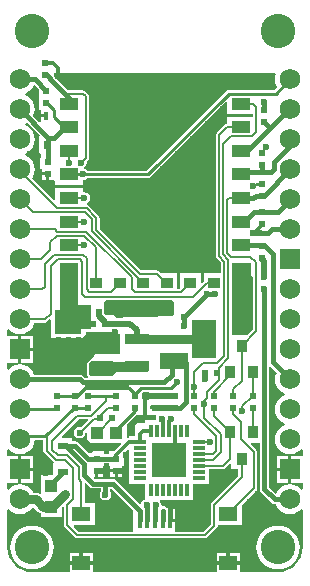
<source format=gtl>
G04 Layer_Physical_Order=1*
G04 Layer_Color=255*
%FSAX25Y25*%
%MOIN*%
G70*
G01*
G75*
%ADD10R,0.02000X0.02000*%
%ADD11R,0.01181X0.03937*%
%ADD12R,0.03937X0.01181*%
%ADD13R,0.03937X0.01181*%
%ADD14R,0.01181X0.03937*%
%ADD15R,0.11500X0.11500*%
%ADD16R,0.02000X0.02000*%
%ADD17R,0.03740X0.03937*%
%ADD18R,0.01500X0.05400*%
%ADD19R,0.06299X0.03937*%
%ADD20R,0.03937X0.03543*%
%ADD21R,0.05906X0.04500*%
%ADD22R,0.03937X0.03937*%
%ADD23R,0.08661X0.07874*%
%ADD24R,0.05000X0.05000*%
%ADD25R,0.03268X0.02480*%
%ADD26R,0.01772X0.02756*%
%ADD27R,0.08268X0.03543*%
%ADD28R,0.08268X0.12598*%
%ADD29C,0.01000*%
%ADD30C,0.00700*%
%ADD31C,0.01500*%
%ADD32C,0.02000*%
%ADD33C,0.03000*%
%ADD34C,0.01181*%
%ADD35C,0.00600*%
%ADD36R,0.14700X0.02400*%
%ADD37R,0.09600X0.05800*%
%ADD38R,0.04800X0.07900*%
%ADD39R,0.28600X0.11200*%
%ADD40R,0.04300X0.04100*%
%ADD41R,0.06300X0.21200*%
%ADD42R,0.17100X0.03400*%
%ADD43C,0.11500*%
%ADD44C,0.04724*%
%ADD45O,0.05906X0.07480*%
%ADD46C,0.06900*%
%ADD47R,0.06900X0.06900*%
%ADD48C,0.02362*%
G36*
X0269296Y0369042D02*
Y0366133D01*
Y0362133D01*
X0269910D01*
Y0360754D01*
X0271796D01*
Y0359754D01*
X0269910D01*
Y0358216D01*
X0269410Y0358009D01*
X0267397Y0360022D01*
X0267819Y0361040D01*
X0267989Y0362333D01*
X0267819Y0363625D01*
X0267320Y0364829D01*
X0266526Y0365863D01*
X0265492Y0366656D01*
X0264513Y0367062D01*
Y0367603D01*
X0265492Y0368009D01*
X0266526Y0368802D01*
X0267320Y0369836D01*
X0267494Y0370256D01*
X0267984Y0370354D01*
X0269296Y0369042D01*
D02*
G37*
G36*
X0348141Y0374633D02*
X0348419Y0374217D01*
X0348173Y0373625D01*
X0348003Y0372333D01*
X0348173Y0371041D01*
X0348672Y0369836D01*
X0348714Y0369781D01*
X0347789Y0368856D01*
X0332596D01*
X0332128Y0368763D01*
X0331731Y0368498D01*
X0305110Y0341877D01*
X0285441D01*
X0285352Y0342009D01*
X0284730Y0342425D01*
X0284478Y0342475D01*
X0284372Y0343006D01*
X0284702Y0343227D01*
X0285118Y0343849D01*
X0285264Y0344583D01*
X0285197Y0344920D01*
X0285653Y0345376D01*
X0285885Y0345723D01*
X0285967Y0346133D01*
Y0366733D01*
X0285885Y0367142D01*
X0285653Y0367490D01*
X0284753Y0368390D01*
X0284406Y0368622D01*
X0283996Y0368703D01*
X0278895D01*
X0274446Y0373152D01*
X0274431Y0373230D01*
X0274396Y0373282D01*
Y0374633D01*
X0274896Y0374633D01*
X0348141Y0374633D01*
D02*
G37*
G36*
X0332087Y0364740D02*
Y0360807D01*
X0340725D01*
Y0359870D01*
X0332087D01*
Y0357879D01*
X0331865Y0357472D01*
X0331455Y0357390D01*
X0331107Y0357158D01*
X0328539Y0354590D01*
X0328307Y0354242D01*
X0328225Y0353833D01*
Y0313433D01*
X0328307Y0313023D01*
X0328539Y0312676D01*
X0330026Y0311189D01*
Y0307704D01*
X0324213D01*
Y0304863D01*
X0323738Y0304388D01*
X0323276Y0304579D01*
Y0307704D01*
X0316339D01*
Y0302478D01*
X0316264Y0302403D01*
X0315402D01*
Y0307704D01*
X0310175D01*
X0309490Y0308390D01*
X0309143Y0308622D01*
X0308733Y0308703D01*
X0303439D01*
X0289567Y0322576D01*
Y0326133D01*
X0289485Y0326542D01*
X0289253Y0326890D01*
X0289253Y0326890D01*
X0285953Y0330190D01*
X0285606Y0330422D01*
X0285196Y0330503D01*
X0285201Y0331001D01*
X0285230Y0331007D01*
X0285852Y0331423D01*
X0286268Y0332045D01*
X0286414Y0332779D01*
X0286268Y0333513D01*
X0285852Y0334135D01*
X0285230Y0334551D01*
X0284496Y0334697D01*
X0284292Y0334657D01*
X0283906Y0334974D01*
Y0336248D01*
X0274606D01*
Y0332290D01*
X0274144Y0332098D01*
X0266923Y0339319D01*
X0267320Y0339836D01*
X0267819Y0341040D01*
X0267989Y0342333D01*
X0267819Y0343625D01*
X0267320Y0344829D01*
X0266526Y0345863D01*
X0265492Y0346656D01*
X0264513Y0347062D01*
Y0347603D01*
X0265492Y0348009D01*
X0266526Y0348802D01*
X0267320Y0349836D01*
X0267819Y0351041D01*
X0267989Y0352333D01*
X0267819Y0353625D01*
X0267320Y0354829D01*
X0266526Y0355863D01*
X0265492Y0356657D01*
X0264513Y0357062D01*
Y0357603D01*
X0265306Y0357932D01*
X0269568Y0353670D01*
X0269410Y0353289D01*
X0269410D01*
Y0347533D01*
X0269796Y0347433D01*
Y0342433D01*
X0270296D01*
Y0341433D01*
X0272296D01*
Y0340933D01*
X0272796D01*
Y0338933D01*
X0274296D01*
X0274606Y0338561D01*
Y0337185D01*
X0283906D01*
Y0338661D01*
X0283996Y0338735D01*
X0284730Y0338881D01*
X0285352Y0339297D01*
X0285441Y0339430D01*
X0305616D01*
X0306085Y0339523D01*
X0306482Y0339788D01*
X0331625Y0364931D01*
X0332087Y0364740D01*
D02*
G37*
G36*
X0314396Y0298133D02*
Y0293833D01*
X0307096Y0293033D01*
X0297796D01*
X0296796Y0292733D01*
X0295296D01*
X0294251Y0293833D01*
X0291696Y0293833D01*
X0290996Y0294533D01*
X0290996Y0298119D01*
X0291710Y0298833D01*
X0313696D01*
X0314396Y0298133D01*
D02*
G37*
G36*
X0273265Y0292135D02*
Y0286201D01*
X0283709D01*
X0284927Y0287419D01*
Y0288239D01*
X0293772D01*
Y0289199D01*
X0295369D01*
X0295721Y0288845D01*
X0295712Y0287419D01*
X0296242D01*
Y0280787D01*
X0296296Y0280733D01*
X0288196Y0280733D01*
X0287796Y0280333D01*
Y0280265D01*
X0287383Y0279852D01*
X0287315D01*
X0287296Y0279833D01*
Y0279765D01*
X0286523Y0278992D01*
X0286319Y0278856D01*
X0285573Y0278109D01*
X0285437Y0277906D01*
X0285382Y0277633D01*
Y0277188D01*
X0285359Y0277072D01*
X0285382Y0276956D01*
Y0274630D01*
X0285359Y0274514D01*
X0285382Y0274397D01*
Y0274033D01*
X0285437Y0273760D01*
X0285591Y0273528D01*
X0285708Y0273411D01*
X0285549Y0272978D01*
X0285484Y0272911D01*
X0284508D01*
X0284041Y0273378D01*
X0283562Y0273698D01*
X0282996Y0273811D01*
X0267741D01*
X0267320Y0274829D01*
X0266526Y0275863D01*
X0265492Y0276657D01*
X0264288Y0277155D01*
X0262996Y0277325D01*
X0261704Y0277155D01*
X0260500Y0276657D01*
X0259466Y0275863D01*
X0259285Y0275628D01*
X0258812Y0275789D01*
Y0277883D01*
X0262496D01*
Y0282333D01*
Y0286783D01*
X0258812D01*
Y0288877D01*
X0259285Y0289037D01*
X0259466Y0288802D01*
X0260500Y0288009D01*
X0261704Y0287510D01*
X0262996Y0287340D01*
X0264288Y0287510D01*
X0265492Y0288009D01*
X0266526Y0288802D01*
X0267320Y0289836D01*
X0267819Y0291040D01*
X0267848Y0291262D01*
X0271296D01*
X0271706Y0291344D01*
X0272053Y0291576D01*
X0272803Y0292326D01*
X0273265Y0292135D01*
D02*
G37*
G36*
X0339896Y0307333D02*
X0339796Y0307233D01*
X0340526Y0306503D01*
Y0306189D01*
D01*
Y0288770D01*
X0338804Y0287048D01*
X0333567D01*
Y0301333D01*
Y0311133D01*
X0339896D01*
Y0307333D01*
D02*
G37*
G36*
X0294072Y0278333D02*
X0295573Y0275109D01*
X0293796Y0273333D01*
X0286796Y0273333D01*
X0286096Y0274033D01*
Y0277633D01*
X0286796Y0278333D01*
X0294072Y0278333D01*
D02*
G37*
G36*
X0309196Y0262333D02*
X0306196D01*
Y0263333D01*
X0306796Y0263933D01*
X0309196D01*
Y0262333D01*
D02*
G37*
G36*
X0285729Y0258700D02*
X0283466Y0256437D01*
X0282896Y0256551D01*
X0282162Y0256405D01*
X0281540Y0255989D01*
X0281124Y0255367D01*
X0280978Y0254633D01*
X0281124Y0253899D01*
X0281540Y0253276D01*
X0282162Y0252861D01*
X0282896Y0252715D01*
X0283630Y0252861D01*
X0284252Y0253276D01*
X0284668Y0253899D01*
X0284778Y0254451D01*
X0285278Y0254402D01*
Y0252333D01*
X0286447Y0251164D01*
X0296513D01*
X0296705Y0250702D01*
X0294435Y0248433D01*
X0292576D01*
Y0247411D01*
X0291116D01*
Y0248433D01*
X0287496D01*
X0286996Y0247933D01*
X0285887D01*
X0285654Y0248165D01*
D01*
X0282552Y0251268D01*
X0282072Y0251588D01*
X0281506Y0251701D01*
X0280430D01*
Y0252963D01*
X0277073D01*
X0276882Y0253425D01*
X0282619Y0259162D01*
X0285538D01*
X0285729Y0258700D01*
D02*
G37*
G36*
X0305996Y0267395D02*
X0307996D01*
Y0266395D01*
X0305996D01*
Y0265395D01*
X0305496D01*
Y0263402D01*
X0305482Y0263333D01*
Y0262333D01*
X0305496Y0262264D01*
Y0260395D01*
X0308247D01*
X0308482Y0259954D01*
X0308424Y0259867D01*
X0308278Y0259133D01*
X0308279Y0259129D01*
X0307962Y0258743D01*
X0304700D01*
Y0257733D01*
X0301996D01*
X0301296Y0257033D01*
Y0253428D01*
X0299385D01*
Y0252896D01*
X0298903Y0252718D01*
X0298514Y0252998D01*
Y0257051D01*
X0301820Y0260357D01*
X0303977D01*
Y0264357D01*
Y0268109D01*
X0305996D01*
Y0267395D01*
D02*
G37*
G36*
X0270826Y0248533D02*
X0270907Y0248123D01*
X0271139Y0247776D01*
X0274232Y0244683D01*
X0274162Y0244183D01*
X0274162D01*
Y0240400D01*
X0274107Y0240345D01*
X0270028D01*
Y0234349D01*
X0269528Y0234082D01*
X0269044Y0234405D01*
X0268186Y0234576D01*
X0267425D01*
X0267320Y0234829D01*
X0266526Y0235863D01*
X0265492Y0236656D01*
X0264288Y0237155D01*
X0262996Y0237325D01*
X0261704Y0237155D01*
X0260500Y0236656D01*
X0259466Y0235863D01*
X0259285Y0235628D01*
X0258812Y0235789D01*
Y0237883D01*
X0262496D01*
Y0242333D01*
Y0246783D01*
X0258812D01*
Y0248877D01*
X0259285Y0249038D01*
X0259466Y0248802D01*
X0260500Y0248009D01*
X0261704Y0247510D01*
X0262996Y0247340D01*
X0264288Y0247510D01*
X0265492Y0248009D01*
X0266526Y0248802D01*
X0267320Y0249836D01*
X0267819Y0251041D01*
X0267972Y0252209D01*
X0270826D01*
Y0248533D01*
D02*
G37*
G36*
X0299385Y0248954D02*
Y0245310D01*
Y0241373D01*
Y0237436D01*
X0304700D01*
Y0232152D01*
X0304462Y0232105D01*
X0303840Y0231689D01*
X0303424Y0231067D01*
X0303383Y0230860D01*
X0302905Y0230715D01*
X0294941Y0238678D01*
X0294462Y0238999D01*
X0293896Y0239111D01*
X0288008D01*
X0287649Y0239471D01*
X0287840Y0239933D01*
X0288116D01*
Y0241933D01*
X0288616D01*
Y0242433D01*
X0290616D01*
Y0243433D01*
X0291116D01*
Y0244454D01*
X0292576D01*
Y0243433D01*
X0293076D01*
Y0242433D01*
X0295076D01*
X0297076D01*
Y0243433D01*
X0297576D01*
Y0247852D01*
X0298885Y0249161D01*
X0299385Y0248954D01*
D02*
G37*
G36*
X0348595Y0274643D02*
X0348173Y0273625D01*
X0348003Y0272333D01*
X0348173Y0271041D01*
X0348672Y0269836D01*
X0349466Y0268802D01*
X0350500Y0268009D01*
X0351479Y0267603D01*
Y0267062D01*
X0350500Y0266656D01*
X0349466Y0265863D01*
X0348672Y0264829D01*
X0348173Y0263625D01*
X0348003Y0262333D01*
X0348173Y0261040D01*
X0348672Y0259836D01*
X0349466Y0258802D01*
X0350500Y0258009D01*
X0351479Y0257603D01*
Y0257062D01*
X0350500Y0256657D01*
X0349466Y0255863D01*
X0348672Y0254829D01*
X0348173Y0253625D01*
X0348003Y0252333D01*
X0348173Y0251041D01*
X0348672Y0249836D01*
X0349466Y0248802D01*
X0350500Y0248009D01*
X0351704Y0247510D01*
X0352996Y0247340D01*
X0354288Y0247510D01*
X0355492Y0248009D01*
X0356526Y0248802D01*
X0356707Y0249038D01*
X0357180Y0248877D01*
Y0246783D01*
X0353496D01*
Y0242333D01*
Y0237883D01*
X0357180D01*
Y0235789D01*
X0356707Y0235628D01*
X0356526Y0235863D01*
X0355492Y0236656D01*
X0354288Y0237155D01*
X0352996Y0237325D01*
X0351704Y0237155D01*
X0350500Y0236656D01*
X0349466Y0235863D01*
X0348672Y0234829D01*
X0348498Y0234409D01*
X0348008Y0234312D01*
X0345974Y0236345D01*
Y0276556D01*
X0346475Y0276764D01*
X0348595Y0274643D01*
D02*
G37*
G36*
X0333479Y0244048D02*
Y0242348D01*
X0335779D01*
Y0240129D01*
X0327039Y0231390D01*
X0326807Y0231042D01*
X0326726Y0230633D01*
Y0224076D01*
X0324253Y0221603D01*
X0315334D01*
X0314846Y0221633D01*
Y0224833D01*
X0313096D01*
Y0225833D01*
X0314846D01*
Y0229033D01*
X0312796D01*
Y0229533D01*
X0311689D01*
X0311591Y0229678D01*
X0311112Y0229998D01*
X0310546Y0230111D01*
X0310541Y0230110D01*
X0310075Y0230527D01*
X0309968Y0231067D01*
X0309598Y0231621D01*
X0309675Y0231898D01*
X0309806Y0232121D01*
X0318724D01*
Y0232122D01*
X0320691D01*
Y0237438D01*
X0326006D01*
Y0239405D01*
X0326007D01*
Y0242393D01*
X0330727D01*
X0331136Y0242474D01*
X0331484Y0242706D01*
X0333017Y0244240D01*
X0333479Y0244048D01*
D02*
G37*
G36*
X0286351Y0236587D02*
X0286830Y0236267D01*
X0287396Y0236154D01*
X0290018D01*
Y0235106D01*
X0289724Y0234667D01*
X0289578Y0233933D01*
X0289724Y0233199D01*
X0290140Y0232576D01*
X0290762Y0232161D01*
X0291496Y0232015D01*
X0292230Y0232161D01*
X0292852Y0232576D01*
X0293268Y0233199D01*
X0293414Y0233933D01*
X0293268Y0234667D01*
X0292974Y0235106D01*
Y0235756D01*
X0293475Y0235964D01*
X0300646Y0228792D01*
Y0221603D01*
X0282540D01*
X0280853Y0223290D01*
X0281044Y0223752D01*
X0287949D01*
Y0231252D01*
X0284567D01*
Y0237664D01*
X0285067Y0237871D01*
X0286351Y0236587D01*
D02*
G37*
G36*
X0343018Y0235733D02*
X0343130Y0235167D01*
X0343451Y0234687D01*
X0346851Y0231287D01*
X0347330Y0230967D01*
X0347896Y0230854D01*
X0348251D01*
X0348672Y0229836D01*
X0349466Y0228802D01*
X0350500Y0228009D01*
X0351704Y0227510D01*
X0352996Y0227340D01*
X0354288Y0227510D01*
X0355492Y0228009D01*
X0356526Y0228802D01*
X0356707Y0229037D01*
X0357180Y0228877D01*
Y0216333D01*
X0357184Y0216316D01*
X0357028Y0214735D01*
X0356562Y0213199D01*
X0355805Y0211783D01*
X0354787Y0210542D01*
X0353546Y0209523D01*
X0352130Y0208767D01*
X0350594Y0208301D01*
X0349013Y0208145D01*
X0348996Y0208148D01*
X0336449D01*
Y0210663D01*
X0332496D01*
X0328543D01*
Y0208148D01*
X0287449D01*
Y0210663D01*
X0283496D01*
X0279543D01*
Y0208148D01*
X0266996D01*
X0266979Y0208145D01*
X0265398Y0208301D01*
X0263862Y0208767D01*
X0262446Y0209523D01*
X0261205Y0210542D01*
X0260187Y0211783D01*
X0259430Y0213199D01*
X0258964Y0214735D01*
X0258808Y0216316D01*
X0258812Y0216333D01*
Y0228877D01*
X0259285Y0229037D01*
X0259466Y0228802D01*
X0260500Y0228009D01*
X0261704Y0227510D01*
X0262996Y0227340D01*
X0264288Y0227510D01*
X0265492Y0228009D01*
X0266526Y0228802D01*
X0267095Y0229544D01*
X0267737Y0229609D01*
X0269143Y0228203D01*
X0269871Y0227717D01*
X0270028Y0227686D01*
Y0226321D01*
X0276965D01*
Y0229798D01*
X0277237Y0230010D01*
X0277726Y0229791D01*
Y0223833D01*
X0277807Y0223423D01*
X0278039Y0223076D01*
X0281339Y0219776D01*
X0281339Y0219776D01*
X0281686Y0219544D01*
X0282096Y0219462D01*
X0324696D01*
X0325106Y0219544D01*
X0325453Y0219776D01*
X0328553Y0222876D01*
X0328785Y0223223D01*
X0328867Y0223633D01*
Y0223752D01*
X0336949D01*
Y0230441D01*
X0341753Y0235245D01*
X0341753Y0235245D01*
X0341985Y0235592D01*
X0342067Y0236002D01*
X0342067Y0236002D01*
Y0248133D01*
X0342067Y0248133D01*
X0341985Y0248542D01*
X0341753Y0248890D01*
X0339898Y0250745D01*
X0340089Y0251207D01*
X0343018D01*
Y0235733D01*
D02*
G37*
%LPC*%
G36*
X0271796Y0340433D02*
X0270296D01*
Y0338933D01*
X0271796D01*
Y0340433D01*
D02*
G37*
G36*
X0267446Y0286783D02*
X0263496D01*
Y0282833D01*
X0267446D01*
Y0286783D01*
D02*
G37*
G36*
Y0281833D02*
X0263496D01*
Y0277883D01*
X0267446D01*
Y0281833D01*
D02*
G37*
G36*
Y0246783D02*
X0263496D01*
Y0242833D01*
X0267446D01*
Y0246783D01*
D02*
G37*
G36*
Y0241833D02*
X0263496D01*
Y0237883D01*
X0267446D01*
Y0241833D01*
D02*
G37*
G36*
X0297076Y0241433D02*
X0295576D01*
Y0239933D01*
X0297076D01*
Y0241433D01*
D02*
G37*
G36*
X0294576D02*
X0293076D01*
Y0239933D01*
X0294576D01*
Y0241433D01*
D02*
G37*
G36*
X0290616D02*
X0289116D01*
Y0239933D01*
X0290616D01*
Y0241433D01*
D02*
G37*
G36*
X0352496Y0246783D02*
X0348546D01*
Y0242833D01*
X0352496D01*
Y0246783D01*
D02*
G37*
G36*
Y0241833D02*
X0348546D01*
Y0237883D01*
X0352496D01*
Y0241833D01*
D02*
G37*
G36*
X0336449Y0214413D02*
X0332996D01*
Y0211663D01*
X0336449D01*
Y0214413D01*
D02*
G37*
G36*
X0287449D02*
X0283996D01*
Y0211663D01*
X0287449D01*
Y0214413D01*
D02*
G37*
G36*
X0331996D02*
X0328543D01*
Y0211663D01*
X0331996D01*
Y0214413D01*
D02*
G37*
G36*
X0282996D02*
X0279543D01*
Y0211663D01*
X0282996D01*
Y0214413D01*
D02*
G37*
G36*
X0348996Y0223618D02*
X0347575Y0223478D01*
X0346208Y0223063D01*
X0344949Y0222390D01*
X0343845Y0221484D01*
X0342939Y0220380D01*
X0342266Y0219121D01*
X0341851Y0217754D01*
X0341711Y0216333D01*
X0341851Y0214911D01*
X0342266Y0213545D01*
X0342939Y0212285D01*
X0343845Y0211181D01*
X0344949Y0210275D01*
X0346208Y0209602D01*
X0347575Y0209188D01*
X0348996Y0209048D01*
X0350417Y0209188D01*
X0351784Y0209602D01*
X0353043Y0210275D01*
X0354147Y0211181D01*
X0355053Y0212285D01*
X0355727Y0213545D01*
X0356141Y0214911D01*
X0356281Y0216333D01*
X0356141Y0217754D01*
X0355727Y0219121D01*
X0355053Y0220380D01*
X0354147Y0221484D01*
X0353043Y0222390D01*
X0351784Y0223063D01*
X0350417Y0223478D01*
X0348996Y0223618D01*
D02*
G37*
G36*
X0266996D02*
X0265575Y0223478D01*
X0264208Y0223063D01*
X0262949Y0222390D01*
X0261845Y0221484D01*
X0260939Y0220380D01*
X0260265Y0219121D01*
X0259851Y0217754D01*
X0259711Y0216333D01*
X0259851Y0214911D01*
X0260265Y0213545D01*
X0260939Y0212285D01*
X0261845Y0211181D01*
X0262949Y0210275D01*
X0264208Y0209602D01*
X0265575Y0209188D01*
X0266996Y0209048D01*
X0268417Y0209188D01*
X0269784Y0209602D01*
X0271043Y0210275D01*
X0272147Y0211181D01*
X0273053Y0212285D01*
X0273727Y0213545D01*
X0274141Y0214911D01*
X0274281Y0216333D01*
X0274141Y0217754D01*
X0273727Y0219121D01*
X0273053Y0220380D01*
X0272147Y0221484D01*
X0271043Y0222390D01*
X0269784Y0223063D01*
X0268417Y0223478D01*
X0266996Y0223618D01*
D02*
G37*
%LPD*%
D10*
X0289296Y0294788D02*
D03*
X0293296D02*
D03*
X0328720Y0274426D02*
D03*
X0324721D02*
D03*
X0289672Y0259339D02*
D03*
X0293672D02*
D03*
X0287272Y0290739D02*
D03*
X0291272D02*
D03*
D11*
X0316633Y0255274D02*
D03*
Y0235589D02*
D03*
X0314665D02*
D03*
X0312696D02*
D03*
X0310728D02*
D03*
X0308759D02*
D03*
X0306791D02*
D03*
Y0255274D02*
D03*
X0308759D02*
D03*
X0310728D02*
D03*
X0312696D02*
D03*
X0314665D02*
D03*
X0318602D02*
D03*
D12*
X0302854Y0243463D02*
D03*
X0322539Y0251337D02*
D03*
Y0249369D02*
D03*
Y0247400D02*
D03*
Y0245432D02*
D03*
Y0243463D02*
D03*
Y0241495D02*
D03*
X0302854Y0239526D02*
D03*
Y0241495D02*
D03*
Y0245432D02*
D03*
Y0247400D02*
D03*
Y0249369D02*
D03*
Y0251337D02*
D03*
D13*
X0322538Y0239528D02*
D03*
D14*
X0318601Y0235591D02*
D03*
D15*
X0312696Y0245432D02*
D03*
D16*
X0281196Y0266933D02*
D03*
Y0262933D02*
D03*
X0271396Y0373833D02*
D03*
Y0377833D02*
D03*
X0294959Y0266857D02*
D03*
Y0262857D02*
D03*
X0327552Y0266857D02*
D03*
Y0262857D02*
D03*
X0340589D02*
D03*
Y0266857D02*
D03*
X0321033Y0262857D02*
D03*
Y0266857D02*
D03*
X0272296Y0340933D02*
D03*
Y0344933D02*
D03*
X0314515Y0262895D02*
D03*
Y0266895D02*
D03*
X0271796Y0364633D02*
D03*
Y0368633D02*
D03*
X0334071Y0262857D02*
D03*
Y0266857D02*
D03*
X0343596Y0312933D02*
D03*
Y0316933D02*
D03*
Y0324283D02*
D03*
Y0328283D02*
D03*
Y0337633D02*
D03*
Y0333633D02*
D03*
X0285696Y0266833D02*
D03*
Y0262833D02*
D03*
X0275403Y0266857D02*
D03*
Y0262857D02*
D03*
X0301477D02*
D03*
Y0266857D02*
D03*
X0288616Y0245933D02*
D03*
Y0241933D02*
D03*
X0295076Y0245933D02*
D03*
Y0241933D02*
D03*
X0307996Y0262895D02*
D03*
Y0266895D02*
D03*
X0344489Y0358008D02*
D03*
Y0362008D02*
D03*
X0343589Y0343908D02*
D03*
Y0347908D02*
D03*
D17*
X0333109Y0274721D02*
D03*
X0340589Y0274721D02*
D03*
X0336849Y0283579D02*
D03*
Y0245817D02*
D03*
X0333109Y0254675D02*
D03*
X0340589Y0254675D02*
D03*
D18*
X0302896Y0225333D02*
D03*
X0310546D02*
D03*
X0313096D02*
D03*
X0307996D02*
D03*
X0305446D02*
D03*
D19*
X0336736Y0309157D02*
D03*
Y0317031D02*
D03*
Y0324905D02*
D03*
Y0332779D02*
D03*
Y0340653D02*
D03*
Y0348527D02*
D03*
Y0356401D02*
D03*
Y0364275D02*
D03*
X0279256D02*
D03*
Y0356401D02*
D03*
Y0348527D02*
D03*
Y0340653D02*
D03*
Y0332779D02*
D03*
Y0324905D02*
D03*
Y0317031D02*
D03*
Y0309157D02*
D03*
D20*
X0288311Y0304433D02*
D03*
X0296185D02*
D03*
X0304059D02*
D03*
X0311933D02*
D03*
X0319807D02*
D03*
X0327681D02*
D03*
D21*
X0332496Y0211163D02*
D03*
Y0227502D02*
D03*
X0283496Y0211163D02*
D03*
Y0227502D02*
D03*
D22*
X0288747Y0254633D02*
D03*
X0295046D02*
D03*
X0273496Y0229789D02*
D03*
Y0236876D02*
D03*
D23*
X0279096Y0279827D02*
D03*
Y0291638D02*
D03*
D24*
X0291296Y0275852D02*
D03*
Y0283252D02*
D03*
D25*
X0277296Y0241443D02*
D03*
Y0250222D02*
D03*
D26*
X0271796Y0350411D02*
D03*
Y0360254D02*
D03*
D27*
X0301876Y0294788D02*
D03*
Y0285733D02*
D03*
Y0276677D02*
D03*
D28*
X0324317Y0285733D02*
D03*
D29*
X0271496Y0253433D02*
X0280921Y0262857D01*
X0264096Y0253433D02*
X0271496D01*
X0262996Y0252333D02*
X0264096Y0253433D01*
X0280921Y0262857D02*
X0285696D01*
X0272096Y0364633D02*
X0274496Y0362233D01*
Y0359733D02*
Y0362233D01*
Y0359733D02*
X0277828Y0356401D01*
X0299396Y0269633D02*
X0301477Y0267551D01*
X0284697Y0269633D02*
X0299396D01*
X0281921Y0266857D02*
X0284697Y0269633D01*
X0301477Y0261914D02*
Y0262857D01*
X0295046Y0255482D02*
X0301477Y0261914D01*
X0295046Y0254633D02*
Y0255482D01*
X0275403Y0266857D02*
X0281921D01*
X0262996Y0262333D02*
X0274878D01*
X0275403Y0262857D01*
X0286296Y0266857D02*
X0294996D01*
X0348296Y0367633D02*
X0352996Y0372333D01*
X0343596Y0324033D02*
Y0324283D01*
X0340596Y0321033D02*
X0343596Y0324033D01*
X0279256Y0340653D02*
X0283996D01*
X0305616D01*
X0301477Y0266857D02*
Y0267514D01*
X0303296Y0269333D01*
X0301477Y0266857D02*
Y0267551D01*
X0271796Y0364633D02*
X0272096D01*
X0277828Y0356401D02*
X0277865D01*
X0279256D01*
X0341596Y0337633D02*
X0343596D01*
X0332596Y0367633D02*
X0348296D01*
X0305616Y0340653D02*
X0332596Y0367633D01*
X0303296Y0269333D02*
X0313296D01*
X0315496Y0271533D01*
D30*
X0280596Y0262532D02*
X0281596D01*
X0271896Y0253833D02*
X0280596Y0262532D01*
X0271896Y0248533D02*
Y0253833D01*
X0271296Y0310733D02*
X0274396Y0313833D01*
X0271296Y0303233D02*
Y0310733D01*
X0270396Y0302333D02*
X0271296Y0303233D01*
X0274396Y0313833D02*
X0284076D01*
X0273096Y0315433D02*
Y0318033D01*
X0269996Y0312333D02*
X0273096Y0315433D01*
X0262996Y0312333D02*
X0269996D01*
X0283996Y0367633D02*
X0284896Y0366733D01*
X0278096Y0367633D02*
X0283996D01*
X0276296Y0369433D02*
X0278096Y0367633D01*
X0341596Y0288326D02*
Y0311448D01*
X0284696Y0299933D02*
X0320796D01*
X0293185Y0301433D02*
X0296185Y0304433D01*
X0286086Y0301433D02*
X0293185D01*
X0288747Y0254633D02*
X0288965D01*
X0293672Y0259339D01*
X0292320Y0262857D02*
X0294959D01*
X0289672Y0260208D02*
X0292320Y0262857D01*
X0289672Y0259339D02*
Y0260208D01*
X0283176Y0254633D02*
X0287695Y0259152D01*
X0289484D02*
X0289672Y0259339D01*
X0287695Y0259152D02*
X0289484D01*
X0286796Y0260233D02*
X0291796Y0265233D01*
X0281596Y0262532D02*
X0281921Y0262857D01*
X0282896Y0254633D02*
X0283176D01*
X0291796Y0265233D02*
Y0266857D01*
X0282176Y0260233D02*
X0286796D01*
X0273696Y0251753D02*
X0282176Y0260233D01*
X0280696Y0232533D02*
Y0242733D01*
X0278796Y0230633D02*
X0280696Y0232533D01*
X0278096Y0245333D02*
X0280696Y0242733D01*
X0278796Y0223833D02*
Y0230633D01*
X0334071Y0269107D02*
X0336849Y0271886D01*
Y0283579D01*
X0340589Y0266857D02*
Y0274721D01*
X0334071Y0266857D02*
Y0269107D01*
X0340589Y0254675D02*
Y0262857D01*
X0334071Y0260958D02*
Y0262857D01*
Y0260958D02*
X0336796Y0258233D01*
Y0252333D02*
Y0258233D01*
Y0252333D02*
X0340996Y0248133D01*
Y0236002D02*
Y0248133D01*
X0332496Y0227502D02*
X0340996Y0236002D01*
X0327552Y0260232D02*
Y0262857D01*
Y0260232D02*
X0333109Y0254675D01*
X0283796Y0300833D02*
X0284696Y0299933D01*
X0283796Y0300833D02*
Y0311533D01*
X0285196Y0302323D02*
Y0312713D01*
X0284076Y0313833D02*
X0285196Y0312713D01*
X0262996Y0292333D02*
X0271296D01*
X0282896Y0312433D02*
X0283796Y0311533D01*
X0316707Y0301333D02*
X0319807Y0304433D01*
X0301396Y0301333D02*
X0316707D01*
X0262996Y0302333D02*
X0270396D01*
X0275556Y0312433D02*
X0282896D01*
X0262996Y0322333D02*
X0274696D01*
X0275396Y0321633D01*
X0273096Y0318033D02*
X0275296Y0320233D01*
X0285196Y0302323D02*
X0286086Y0301433D01*
X0300296Y0302433D02*
X0301396Y0301333D01*
X0336849Y0239686D02*
Y0245817D01*
X0283496Y0227502D02*
Y0238233D01*
X0282596Y0239133D02*
X0283496Y0238233D01*
X0282596Y0239133D02*
Y0243133D01*
X0278696Y0247033D02*
X0282596Y0243133D01*
X0275596Y0247033D02*
X0278696D01*
X0273696Y0248933D02*
X0275596Y0247033D01*
X0273696Y0248933D02*
Y0251753D01*
X0278796Y0223833D02*
X0282096Y0220533D01*
X0327796Y0230633D02*
X0336849Y0239686D01*
X0271896Y0248533D02*
X0275096Y0245333D01*
X0278096D01*
X0322539Y0243463D02*
X0330727D01*
X0333109Y0245846D01*
Y0254675D01*
X0331865Y0356401D02*
X0336736D01*
X0332743Y0332779D02*
X0336736D01*
X0279256Y0317031D02*
X0284496D01*
X0279256Y0324905D02*
X0284496D01*
X0279256Y0332779D02*
X0284496D01*
X0329296Y0353833D02*
X0331865Y0356401D01*
X0332096Y0332133D02*
X0332743Y0332779D01*
X0329296Y0313433D02*
Y0353833D01*
X0330696Y0314013D02*
Y0350833D01*
X0332096Y0314593D02*
Y0332133D01*
Y0314593D02*
X0333456Y0313233D01*
X0329296Y0313433D02*
X0331096Y0311633D01*
X0330696Y0314013D02*
X0332496Y0312213D01*
X0279396Y0344633D02*
Y0348387D01*
X0284896Y0346133D02*
Y0366733D01*
X0283346Y0344583D02*
X0284896Y0346133D01*
X0273196Y0310073D02*
X0275556Y0312433D01*
X0273196Y0294233D02*
Y0310073D01*
X0271296Y0292333D02*
X0273196Y0294233D01*
X0336849Y0283579D02*
X0341596Y0288326D01*
X0325296Y0304433D02*
X0327681D01*
X0320796Y0299933D02*
X0325296Y0304433D01*
X0308733Y0307633D02*
X0311933Y0304433D01*
X0275296Y0329433D02*
X0285196D01*
X0288496Y0326133D01*
X0284616Y0328033D02*
X0286996Y0325653D01*
X0275396Y0321633D02*
X0285030D01*
X0275296Y0320233D02*
X0284450D01*
X0288311Y0316371D01*
Y0304433D02*
Y0316371D01*
X0285030Y0321633D02*
X0300296Y0306366D01*
Y0302433D02*
Y0306366D01*
X0304059Y0304433D02*
Y0304670D01*
X0288496Y0322133D02*
Y0326133D01*
Y0322133D02*
X0302996Y0307633D01*
X0308733D01*
X0302416Y0306233D02*
X0302496D01*
X0304059Y0304670D01*
X0286996Y0321653D02*
X0302416Y0306233D01*
X0286996Y0321653D02*
Y0325653D01*
X0321033Y0260895D02*
Y0262857D01*
X0324296Y0259613D02*
X0329896Y0254013D01*
X0321033Y0260895D02*
X0328496Y0253433D01*
X0322539Y0247400D02*
X0327264D01*
X0328496Y0248633D01*
Y0253433D01*
X0322539Y0245432D02*
X0327295D01*
X0329896Y0248033D01*
Y0254013D01*
X0282096Y0220533D02*
X0324696D01*
X0327796Y0223633D01*
Y0230633D01*
X0322539Y0251337D02*
X0326196D01*
X0337096Y0261733D02*
Y0263364D01*
X0340589Y0266857D01*
X0331096Y0280133D02*
Y0311633D01*
X0332496Y0279432D02*
Y0312213D01*
X0333456Y0313233D02*
X0339811D01*
X0341596Y0311448D01*
X0262996Y0332333D02*
X0267296Y0328033D01*
X0284616D01*
X0262996Y0341733D02*
Y0342333D01*
Y0341733D02*
X0275296Y0329433D01*
X0336736Y0364275D02*
X0340833D01*
X0333246Y0353383D02*
X0340321D01*
X0341796Y0354858D01*
X0330696Y0350833D02*
X0333246Y0353383D01*
X0340833Y0364275D02*
X0341796Y0363312D01*
Y0354858D02*
Y0363312D01*
X0323896Y0277733D02*
X0328696D01*
X0321033Y0266857D02*
Y0270070D01*
X0321096Y0270133D01*
X0328696Y0277733D02*
X0331096Y0280133D01*
X0324296Y0264133D02*
Y0265033D01*
X0325396Y0266133D01*
X0324296Y0259613D02*
Y0264133D01*
X0329297Y0276232D02*
X0332496Y0279432D01*
X0327552Y0266857D02*
Y0268288D01*
X0320971Y0270258D02*
X0321096Y0270133D01*
X0320971Y0270258D02*
Y0274807D01*
X0333109Y0273845D02*
Y0274721D01*
X0327552Y0268288D02*
X0333109Y0273845D01*
X0325396Y0266133D02*
Y0268186D01*
X0329297Y0272087D01*
Y0276232D01*
X0320971Y0274807D02*
X0323896Y0277733D01*
X0321096Y0269833D02*
Y0270133D01*
D31*
X0268096Y0372333D02*
X0271796Y0368633D01*
X0262996Y0372333D02*
X0268096D01*
X0279256Y0364275D02*
Y0366252D01*
X0273065Y0372443D02*
X0279256Y0366252D01*
X0347296Y0278033D02*
Y0314233D01*
X0344496Y0292533D02*
Y0302233D01*
X0317596Y0290233D02*
X0317696Y0290333D01*
Y0293133D01*
X0313596Y0273933D02*
Y0277133D01*
X0318196Y0264733D02*
Y0277833D01*
X0273496Y0237643D02*
X0277296Y0241443D01*
X0273496Y0236876D02*
Y0237643D01*
X0310546Y0225333D02*
Y0228633D01*
X0313096Y0225333D02*
Y0230333D01*
X0305446Y0225333D02*
Y0230083D01*
X0307996Y0225333D02*
Y0230133D01*
X0336736Y0324905D02*
X0337769D01*
X0341146Y0328283D01*
X0343596D01*
X0336736Y0317031D02*
X0344498D01*
X0336736Y0340653D02*
X0338017D01*
X0288616Y0245933D02*
X0295076D01*
X0343596Y0328283D02*
X0348946D01*
X0352996Y0332333D01*
X0314515Y0262895D02*
X0316358D01*
X0318196Y0264733D01*
X0262996Y0272333D02*
X0282996D01*
X0302896Y0225333D02*
Y0228633D01*
X0277296Y0250222D02*
X0281506D01*
X0285796Y0245933D01*
X0288616D01*
X0293896Y0237633D02*
X0302896Y0228633D01*
X0277296Y0250222D02*
X0278306D01*
X0284396Y0240633D02*
X0287396Y0237633D01*
X0284396Y0240633D02*
Y0244133D01*
X0278306Y0250222D02*
X0284396Y0244133D01*
X0336736Y0332779D02*
X0340742D01*
X0347096Y0322333D02*
X0352996D01*
X0345796Y0321033D02*
X0347096Y0322333D01*
X0343096Y0321033D02*
X0345796D01*
X0340596D02*
X0343096D01*
X0282996Y0272333D02*
X0283896Y0271433D01*
X0311096D01*
X0313596Y0273933D01*
X0317696Y0293133D02*
X0325296Y0300733D01*
X0327996D01*
X0344496Y0289833D02*
Y0292533D01*
X0347296Y0278033D02*
X0352996Y0272333D01*
X0344498Y0317031D02*
X0347296Y0314233D01*
X0344496Y0235733D02*
Y0289833D01*
Y0235733D02*
X0347896Y0232333D01*
X0352996D01*
X0287396Y0237633D02*
X0291396D01*
X0293896D01*
X0291396D02*
X0291496Y0237533D01*
Y0233933D02*
Y0237533D01*
X0271396Y0373833D02*
X0271896D01*
X0273065Y0372664D01*
Y0372443D02*
Y0372664D01*
X0272396Y0345600D02*
Y0352933D01*
X0274396D01*
X0277865Y0356401D01*
X0262996Y0362333D02*
X0272396Y0352933D01*
X0352996Y0350133D02*
Y0352333D01*
X0340742Y0332779D02*
X0341596Y0333633D01*
X0344296D01*
X0352996Y0342333D01*
X0338017Y0340653D02*
X0338696Y0341333D01*
X0346596D02*
X0347596Y0342333D01*
Y0344733D01*
X0352996Y0350133D01*
X0344489Y0362008D02*
Y0364826D01*
X0344383Y0364933D02*
X0344489Y0364826D01*
X0343596Y0341333D02*
Y0343902D01*
X0343589Y0343908D02*
X0343596Y0343902D01*
X0338696Y0341333D02*
X0343596D01*
X0346596D01*
X0344489Y0358008D02*
X0346315Y0356183D01*
X0346446D01*
X0338990Y0348727D02*
X0346446Y0356183D01*
X0352796Y0362533D01*
X0324573Y0272604D02*
X0324721Y0272457D01*
X0324520Y0272604D02*
X0324573D01*
X0324721Y0272457D02*
Y0274426D01*
D32*
X0291272Y0290933D02*
X0299696D01*
X0291272D02*
Y0291357D01*
Y0290739D02*
Y0290933D01*
X0289296Y0293333D02*
Y0294788D01*
Y0293333D02*
X0291272Y0291357D01*
X0299696Y0290933D02*
X0301876Y0288753D01*
Y0285733D02*
Y0288753D01*
X0293296Y0294788D02*
Y0297633D01*
X0307996Y0262895D02*
X0314515D01*
X0344196Y0306366D02*
Y0311933D01*
X0343596Y0312533D02*
X0344196Y0311933D01*
X0343596Y0312533D02*
Y0312933D01*
X0288616Y0241933D02*
X0291916D01*
X0295076D02*
X0298376D01*
X0307996Y0266895D02*
X0314515D01*
X0304696D02*
X0307996D01*
D33*
X0268186Y0232333D02*
X0270729Y0229789D01*
X0262996Y0232333D02*
X0268186D01*
X0270729Y0229789D02*
X0273496D01*
X0301876Y0285733D02*
X0324317D01*
X0273653Y0229789D02*
X0278146Y0234283D01*
X0273496Y0229789D02*
X0273653D01*
D34*
X0310728Y0255274D02*
Y0258601D01*
X0312696Y0255274D02*
Y0258633D01*
X0299201Y0251337D02*
X0302854D01*
X0295076Y0245933D02*
Y0247213D01*
X0299201Y0251337D01*
X0332496Y0211163D02*
Y0215316D01*
X0283496Y0211163D02*
Y0215316D01*
X0332496Y0211133D02*
X0337449D01*
X0327543Y0211163D02*
X0332496D01*
X0278543Y0211194D02*
X0283496D01*
Y0211163D02*
X0288449D01*
X0337896Y0305033D02*
Y0309033D01*
X0334796Y0305033D02*
Y0309033D01*
X0336296Y0303433D02*
Y0308717D01*
X0336736Y0309157D01*
X0314665Y0247401D02*
Y0255274D01*
X0302854Y0251337D02*
Y0254190D01*
X0303938Y0255274D01*
X0306791D01*
X0275696Y0373533D02*
Y0376033D01*
X0273896Y0377833D02*
X0275696Y0376033D01*
X0271396Y0377833D02*
X0273896D01*
D35*
X0312696Y0258633D02*
X0313196Y0259133D01*
X0310196D02*
X0310728Y0258601D01*
D36*
X0292046Y0270833D02*
D03*
D37*
X0314396Y0278333D02*
D03*
D38*
X0284396Y0293083D02*
D03*
D39*
X0307996Y0213733D02*
D03*
D40*
X0296346Y0223783D02*
D03*
X0319646D02*
D03*
D41*
X0279246Y0300533D02*
D03*
D42*
X0297446Y0276633D02*
D03*
D43*
X0348996Y0388333D02*
D03*
X0266996D02*
D03*
Y0216333D02*
D03*
X0348996D02*
D03*
D44*
X0317546Y0225333D02*
D03*
X0298446D02*
D03*
D45*
X0293696Y0214933D02*
D03*
X0322296D02*
D03*
D46*
X0352996Y0232333D02*
D03*
Y0272333D02*
D03*
Y0262333D02*
D03*
Y0252333D02*
D03*
Y0282333D02*
D03*
Y0292333D02*
D03*
Y0302333D02*
D03*
Y0372333D02*
D03*
Y0362333D02*
D03*
Y0352333D02*
D03*
Y0342333D02*
D03*
Y0332333D02*
D03*
Y0322333D02*
D03*
X0262996Y0232333D02*
D03*
Y0272333D02*
D03*
Y0262333D02*
D03*
Y0252333D02*
D03*
Y0292333D02*
D03*
Y0302333D02*
D03*
Y0312333D02*
D03*
Y0372333D02*
D03*
Y0362333D02*
D03*
Y0352333D02*
D03*
Y0342333D02*
D03*
Y0332333D02*
D03*
Y0322333D02*
D03*
D47*
X0352996Y0242333D02*
D03*
Y0312333D02*
D03*
X0262996Y0242333D02*
D03*
Y0282333D02*
D03*
D48*
X0344496Y0302433D02*
D03*
X0312996Y0278533D02*
D03*
X0293296Y0297633D02*
D03*
X0296096Y0294333D02*
D03*
X0316196Y0278533D02*
D03*
X0317596Y0290233D02*
D03*
X0317696Y0293133D02*
D03*
X0284296Y0295633D02*
D03*
Y0292733D02*
D03*
X0282896Y0254633D02*
D03*
X0278146Y0234283D02*
D03*
X0272196Y0223013D02*
D03*
X0344196Y0306366D02*
D03*
X0287796Y0330333D02*
D03*
X0290696Y0327333D02*
D03*
X0298496Y0237033D02*
D03*
Y0247033D02*
D03*
X0303096Y0236033D02*
D03*
Y0232933D02*
D03*
X0336996Y0288233D02*
D03*
X0334796D02*
D03*
X0336996Y0290533D02*
D03*
X0339296D02*
D03*
X0334796D02*
D03*
X0315646Y0209933D02*
D03*
X0312496D02*
D03*
X0309346D02*
D03*
X0306196D02*
D03*
X0303046D02*
D03*
X0299896D02*
D03*
X0315646Y0213833D02*
D03*
X0312496D02*
D03*
X0309346D02*
D03*
X0306196D02*
D03*
X0303046D02*
D03*
X0299896D02*
D03*
Y0217733D02*
D03*
X0303046D02*
D03*
X0306196D02*
D03*
X0309346D02*
D03*
X0312496D02*
D03*
X0315646D02*
D03*
X0305196Y0230333D02*
D03*
X0313196Y0259133D02*
D03*
X0308196Y0230333D02*
D03*
X0310196Y0259133D02*
D03*
X0284496Y0324905D02*
D03*
Y0317031D02*
D03*
Y0332779D02*
D03*
X0327996Y0300733D02*
D03*
X0340596Y0321033D02*
D03*
Y0336933D02*
D03*
X0325296Y0300733D02*
D03*
X0343096Y0321033D02*
D03*
X0279396Y0344633D02*
D03*
X0283346Y0344583D02*
D03*
X0283996Y0340653D02*
D03*
X0324296Y0264133D02*
D03*
X0287277Y0277072D02*
D03*
Y0274514D02*
D03*
X0326196Y0251333D02*
D03*
X0337096Y0261733D02*
D03*
X0332496Y0215316D02*
D03*
X0283496D02*
D03*
X0337449Y0211133D02*
D03*
X0327543Y0211163D02*
D03*
X0278543Y0211194D02*
D03*
X0288449Y0211163D02*
D03*
X0337896Y0305033D02*
D03*
X0334796D02*
D03*
X0336296Y0303433D02*
D03*
X0279346Y0285533D02*
D03*
X0282671D02*
D03*
X0285996D02*
D03*
Y0281333D02*
D03*
X0272696Y0277133D02*
D03*
Y0281333D02*
D03*
Y0285533D02*
D03*
X0276021D02*
D03*
X0275696Y0373533D02*
D03*
X0269096Y0346733D02*
D03*
X0344196Y0309133D02*
D03*
X0291916Y0241933D02*
D03*
X0298376D02*
D03*
X0313096Y0230333D02*
D03*
X0311296Y0266895D02*
D03*
X0304696D02*
D03*
X0296096Y0297633D02*
D03*
X0308096D02*
D03*
Y0294333D02*
D03*
X0310646Y0297633D02*
D03*
Y0294333D02*
D03*
X0313196Y0297633D02*
D03*
Y0294333D02*
D03*
X0308096Y0250033D02*
D03*
Y0247333D02*
D03*
X0317296Y0246966D02*
D03*
X0314496D02*
D03*
X0317296Y0243899D02*
D03*
X0314496D02*
D03*
Y0240833D02*
D03*
X0317296D02*
D03*
Y0250033D02*
D03*
X0311696Y0240833D02*
D03*
X0314496Y0250033D02*
D03*
X0299396Y0314733D02*
D03*
X0303996Y0310133D02*
D03*
X0301696Y0312433D02*
D03*
X0296696Y0319433D02*
D03*
X0293596Y0322633D02*
D03*
X0307096Y0345633D02*
D03*
X0312096Y0350633D02*
D03*
X0309596Y0348133D02*
D03*
X0319596Y0358133D02*
D03*
X0322096Y0360633D02*
D03*
X0317096Y0355633D02*
D03*
X0314596Y0353133D02*
D03*
X0329596Y0368133D02*
D03*
X0332096Y0370633D02*
D03*
X0339596Y0373533D02*
D03*
X0327096Y0365633D02*
D03*
X0324596Y0363133D02*
D03*
X0325796Y0357433D02*
D03*
X0328296Y0359933D02*
D03*
X0330796Y0362433D02*
D03*
X0323296Y0354933D02*
D03*
X0320796Y0352433D02*
D03*
X0315796Y0347433D02*
D03*
X0313296Y0344933D02*
D03*
X0310796Y0342433D02*
D03*
X0318296Y0349933D02*
D03*
X0304496Y0337933D02*
D03*
X0300196D02*
D03*
X0308296Y0339933D02*
D03*
X0294696Y0330133D02*
D03*
X0297196Y0327633D02*
D03*
X0299696Y0325133D02*
D03*
X0292196Y0332633D02*
D03*
X0289696Y0335133D02*
D03*
X0304696Y0320133D02*
D03*
X0307196Y0317633D02*
D03*
X0302196Y0322633D02*
D03*
X0314696Y0310133D02*
D03*
X0312196Y0312633D02*
D03*
X0309696Y0315133D02*
D03*
X0287296Y0337933D02*
D03*
X0291596D02*
D03*
X0295896D02*
D03*
X0266396Y0347333D02*
D03*
X0295996Y0343133D02*
D03*
X0300296D02*
D03*
X0304596D02*
D03*
X0291696D02*
D03*
X0287296D02*
D03*
Y0347033D02*
D03*
Y0350933D02*
D03*
Y0354833D02*
D03*
Y0363433D02*
D03*
Y0366533D02*
D03*
Y0358733D02*
D03*
X0326896Y0337533D02*
D03*
Y0329733D02*
D03*
Y0333633D02*
D03*
Y0341433D02*
D03*
Y0345333D02*
D03*
Y0349233D02*
D03*
Y0353133D02*
D03*
Y0314133D02*
D03*
Y0310233D02*
D03*
Y0318033D02*
D03*
Y0321933D02*
D03*
Y0325833D02*
D03*
X0325396Y0373533D02*
D03*
X0328946D02*
D03*
X0336046D02*
D03*
X0332496D02*
D03*
X0307646D02*
D03*
X0314746D02*
D03*
X0321846D02*
D03*
X0318296D02*
D03*
X0343146D02*
D03*
X0286346D02*
D03*
X0300546D02*
D03*
X0293446D02*
D03*
X0282796D02*
D03*
X0279246D02*
D03*
X0300846Y0352233D02*
D03*
X0311196Y0373533D02*
D03*
X0304096D02*
D03*
X0296996D02*
D03*
X0289896D02*
D03*
X0347196Y0267933D02*
D03*
Y0257133D02*
D03*
Y0248433D02*
D03*
X0314396Y0366533D02*
D03*
X0300846D02*
D03*
X0347196Y0237233D02*
D03*
X0307896Y0359733D02*
D03*
X0342296Y0234033D02*
D03*
X0344796Y0231433D02*
D03*
X0339696D02*
D03*
X0292896Y0230999D02*
D03*
Y0227166D02*
D03*
X0289296Y0223333D02*
D03*
Y0230999D02*
D03*
X0296496D02*
D03*
X0300196Y0254633D02*
D03*
Y0257033D02*
D03*
X0303496Y0259133D02*
D03*
X0289296Y0227166D02*
D03*
X0333796Y0240733D02*
D03*
X0328096D02*
D03*
X0324696Y0224133D02*
D03*
X0322396Y0235933D02*
D03*
X0330496Y0238133D02*
D03*
X0322396Y0230333D02*
D03*
X0318396D02*
D03*
X0276496Y0223013D02*
D03*
X0267496Y0236733D02*
D03*
X0272696Y0243333D02*
D03*
X0268896Y0247433D02*
D03*
X0330296Y0222133D02*
D03*
X0335196D02*
D03*
X0284796Y0250933D02*
D03*
X0293396Y0249533D02*
D03*
X0271796Y0241033D02*
D03*
X0267396Y0227253D02*
D03*
X0344796D02*
D03*
X0354096Y0225533D02*
D03*
X0349396Y0267333D02*
D03*
X0261096Y0224833D02*
D03*
X0276496Y0218773D02*
D03*
Y0214533D02*
D03*
X0339696Y0227253D02*
D03*
Y0222133D02*
D03*
Y0216333D02*
D03*
X0291496Y0233933D02*
D03*
X0267496Y0367133D02*
D03*
X0344383Y0364933D02*
D03*
X0345096Y0349833D02*
D03*
X0324520Y0272604D02*
D03*
X0321096Y0269833D02*
D03*
X0315196Y0271533D02*
D03*
M02*

</source>
